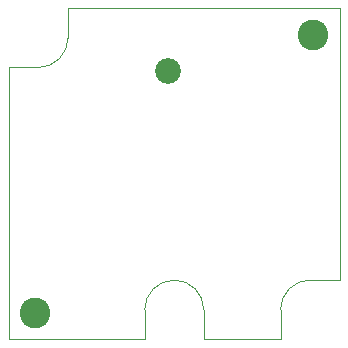
<source format=gbr>
G04 #@! TF.GenerationSoftware,KiCad,Pcbnew,5.1.6-c6e7f7d~87~ubuntu18.04.1*
G04 #@! TF.CreationDate,2020-08-30T01:02:13+03:00*
G04 #@! TF.ProjectId,nikon_gps,6e696b6f-6e5f-4677-9073-2e6b69636164,B*
G04 #@! TF.SameCoordinates,Original*
G04 #@! TF.FileFunction,Soldermask,Bot*
G04 #@! TF.FilePolarity,Negative*
%FSLAX46Y46*%
G04 Gerber Fmt 4.6, Leading zero omitted, Abs format (unit mm)*
G04 Created by KiCad (PCBNEW 5.1.6-c6e7f7d~87~ubuntu18.04.1) date 2020-08-30 01:02:13*
%MOMM*%
%LPD*%
G01*
G04 APERTURE LIST*
G04 #@! TA.AperFunction,Profile*
%ADD10C,0.100000*%
G04 #@! TD*
%ADD11C,2.600000*%
%ADD12C,2.178000*%
G04 APERTURE END LIST*
D10*
X116500000Y-125500000D02*
X116500000Y-128000000D01*
X111500000Y-125500000D02*
X111500000Y-128000000D01*
X114000000Y-123000000D02*
G75*
G03*
X111500000Y-125500000I0J-2500000D01*
G01*
X116500000Y-125500000D02*
G75*
G03*
X114000000Y-123000000I-2500000J0D01*
G01*
X100000000Y-128000000D02*
X111500000Y-128000000D01*
X105000000Y-100000000D02*
X128000000Y-100000000D01*
X128000000Y-123000000D02*
X128000000Y-100000000D01*
X116500000Y-128000000D02*
X123000000Y-128000000D01*
X100000000Y-128000000D02*
X100000000Y-105000000D01*
X100000000Y-105000000D02*
X102500000Y-105000000D01*
X105000000Y-102500000D02*
X105000000Y-100000000D01*
X105000000Y-102500000D02*
G75*
G02*
X102500000Y-105000000I-2500000J0D01*
G01*
X123000000Y-125500000D02*
G75*
G02*
X125500000Y-123000000I2500000J0D01*
G01*
X123000000Y-125500000D02*
X123000000Y-128000000D01*
X125500000Y-123000000D02*
X128000000Y-123000000D01*
D11*
X125750000Y-102250000D03*
X102250000Y-125750000D03*
D12*
X113500000Y-105275000D03*
M02*

</source>
